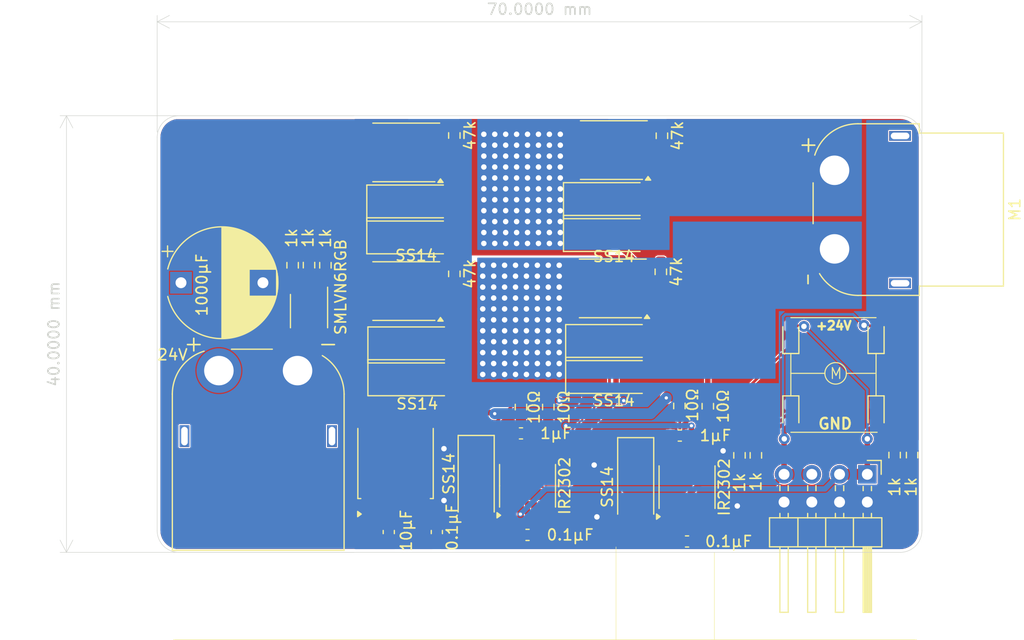
<source format=kicad_pcb>
(kicad_pcb (version 20241229) (generator "pcbnew") (generator_version "9.0")
  (layers (0 "F.Cu" signal) (2 "B.Cu" signal) (13 "F.Paste" user) (15 "B.Paste" user) (5 "F.SilkS" user "F.Silkscreen") (7 "B.SilkS" user "B.Silkscreen") (1 "F.Mask" user) (3 "B.Mask" user) (25 "Edge.Cuts" user))
  (net 0 "")
  (net 1 "GND")
  (net 2 "+24V")
  (net 3 "+12V")
  (net 4 "Net-(D14-K)")
  (net 5 "Net-(D15-K)")
  (net 6 "Net-(D10-K)")
  (net 7 "MA")
  (net 8 "Net-(D11-K)")
  (net 9 "MB")
  (net 10 "Net-(D12-K)")
  (net 11 "Net-(D13-K)")
  (net 12 "Net-(Q1-G)")
  (net 13 "Net-(Q2-G)")
  (net 14 "Net-(Q3-G)")
  (net 15 "Net-(Q4-G)")
  (net 16 "Net-(D9-RA)")
  (net 17 "Net-(D9-BA)")
  (net 18 "Net-(U1-HO)")
  (net 19 "Net-(U1-LO)")
  (net 20 "Net-(D9-GA)")
  (net 21 "Net-(U2-LO)")
  (net 22 "ML")
  (net 23 "Net-(U2-HO)")
  (net 24 "MR")
  (footprint "Capacitor_THT:CP_Radial_D10.0mm_P7.50mm" (layer "F.Cu") (at 182.182323 75.3)
    (property "Reference" "C3" (hide yes))
    (property "Value" "1000μF")
  )
  (footprint "Diode_SMD:D_SMA_Handsoldering" (layer "F.Cu") (at 221.9 80.785)
    (property "Reference" "D5" (hide yes))
    (property "Value" "SS14")
  )
  (footprint "Package_SO:SOIC-8_3.9x4.9mm_P1.27mm" (layer "F.Cu") (at 213.9 93.9 90)
    (property "Reference" "U1" (hide yes))
    (property "Value" "IR2302")
  )
  (footprint "Connector_PinHeader_2.54mm:PinHeader_2x04_P2.54mm_Horizontal" (layer "F.Cu") (at 245 92.85 -90)
    (property "Reference" "J2" (hide yes))
    (property "Value" "Conn_02x04_Top_Bottom" (hide yes))
  )
  (footprint "Capacitor_SMD:C_0603_1608Metric_Pad1.08x0.95mm_HandSolder" (layer "F.Cu") (at 205.6 98.1375 90)
    (property "Reference" "C2" (hide yes))
    (property "Value" "0.1μF")
  )
  (footprint "Resistor_SMD:R_0603_1608Metric_Pad0.98x0.95mm_HandSolder" (layer "F.Cu") (at 249.1 91.0875 -90)
    (property "Reference" "R7" (hide yes))
    (property "Value" "1k")
  )
  (footprint "Resistor_SMD:R_0603_1608Metric_Pad0.98x0.95mm_HandSolder" (layer "F.Cu") (at 213.3 86.6875 90)
    (property "Reference" "R8" (hide yes))
    (property "Value" "10Ω")
  )
  (footprint "Resistor_SMD:R_0603_1608Metric_Pad0.98x0.95mm_HandSolder" (layer "F.Cu") (at 234.8 91.1125 -90)
    (property "Reference" "R6" (hide yes))
    (property "Value" "1k")
  )
  (footprint "Capacitor_SMD:C_0603_1608Metric_Pad1.08x0.95mm_HandSolder" (layer "F.Cu") (at 213.3 89.1)
    (property "Reference" "C4" (hide yes))
    (property "Value" "1μF")
  )
  (footprint "Diode_SMD:D_SMA_Handsoldering" (layer "F.Cu") (at 203.8 81)
    (property "Reference" "D7" (hide yes))
    (property "Value" "SS14")
  )
  (footprint "Diode_SMD:D_SMA_Handsoldering" (layer "F.Cu") (at 221.7 70.785)
    (property "Reference" "D2" (hide yes))
    (property "Value" "SS14")
  )
  (footprint "Capacitor_SMD:C_0603_1608Metric_Pad1.08x0.95mm_HandSolder" (layer "F.Cu") (at 201.2 98.1375 90)
    (property "Reference" "C1" (hide yes))
    (property "Value" "10μF")
  )
  (footprint "Diode_SMD:D_SMA_Handsoldering" (layer "F.Cu") (at 203.8 84)
    (property "Reference" "D8" (hide yes))
    (property "Value" "SS14")
  )
  (footprint "Resistor_SMD:R_0603_1608Metric_Pad0.98x0.95mm_HandSolder" (layer "F.Cu") (at 193.9 73.6875 -90)
    (property "Reference" "R2" (hide yes))
    (property "Value" "1k")
  )
  (footprint "Package_SO:SOIC-8_3.9x4.9mm_P1.27mm" (layer "F.Cu") (at 228.5 94.025 90)
    (property "Reference" "U2" (hide yes))
    (property "Value" "IR2302")
  )
  (footprint "Resistor_SMD:R_0603_1608Metric_Pad0.98x0.95mm_HandSolder" (layer "F.Cu") (at 247.5 91.0875 -90)
    (property "Reference" "R5" (hide yes))
    (property "Value" "1k")
  )
  (footprint "Resistor_SMD:R_0603_1608Metric_Pad0.98x0.95mm_HandSolder" (layer "F.Cu") (at 215.8 86.6875 90)
    (property "Reference" "R9" (hide yes))
    (property "Value" "10Ω")
  )
  (footprint "Package_TO_SOT_SMD:TDSON-8-1" (layer "F.Cu") (at 221.8 63.15 180)
    (property "Reference" "Q3" (hide yes))
    (property "Value" "BSC159N10LSFG" (hide yes))
  )
  (footprint "Diode_SMD:D_SMA_Handsoldering" (layer "F.Cu") (at 209.2 93.8 -90)
    (property "Reference" "D14" (hide yes))
    (property "Value" "SS14")
  )
  (footprint "Resistor_SMD:R_0603_1608Metric_Pad0.98x0.95mm_HandSolder" (layer "F.Cu") (at 207.2 74.4875 90)
    (property "Reference" "R19" (hide yes))
    (property "Value" "47k")
  )
  (footprint "Package_TO_SOT_SMD:TDSON-8-1" (layer "F.Cu") (at 221.705 75.82 180)
    (property "Reference" "Q4" (hide yes))
    (property "Value" "BSC159N10LSFG" (hide yes))
  )
  (footprint "Diode_SMD:D_SMA_Handsoldering" (layer "F.Cu") (at 221.9 83.785)
    (property "Reference" "D6" (hide yes))
    (property "Value" "SS14")
  )
  (footprint "Capacitor_SMD:C_0603_1608Metric_Pad1.08x0.95mm_HandSolder" (layer "F.Cu") (at 228.5 99)
    (property "Reference" "C7" (hide yes))
    (property "Value" "0.1μF")
  )
  (footprint "Package_TO_SOT_SMD:TDSON-8-1" (layer "F.Cu") (at 202.8 76.065 180)
    (property "Reference" "Q2" (hide yes))
    (property "Value" "BSC159N10LSFG" (hide yes))
  )
  (footprint "Capacitor_SMD:C_0603_1608Metric_Pad1.08x0.95mm_HandSolder" (layer "F.Cu") (at 227.8375 89.3)
    (property "Reference" "C5" (hide yes))
    (property "Value" "1μF")
  )
  (footprint "Resistor_SMD:R_0603_1608Metric_Pad0.98x0.95mm_HandSolder" (layer "F.Cu") (at 230.4 86.6125 -90)
    (property "Reference" "R12" (hide yes))
    (property "Value" "10Ω")
  )
  (footprint "Connector_AMASS:AMASS_XT60PW-F_1x02_P7.20mm_Horizontal" (layer "F.Cu") (at 242 72.2 -90)
    (property "Reference" "M1")
    (property "Value" "Motor_DC")
  )
  (footprint "Resistor_SMD:R_0603_1608Metric_Pad0.98x0.95mm_HandSolder" (layer "F.Cu") (at 192.4 73.7 -90)
    (property "Reference" "R3" (hide yes))
    (property "Value" "1k")
  )
  (footprint "Resistor_SMD:R_0603_1608Metric_Pad0.98x0.95mm_HandSolder" (layer "F.Cu") (at 195.4 73.7 -90)
    (property "Reference" "R1" (hide yes))
    (property "Value" "1k")
  )
  (footprint "LED_SMD:LED_0603_1608Metric_Pad1.05x0.95mm_HandSolder" (layer "F.Cu") (at 238 87.325 -90)
    (property "Reference" "D12" (hide yes))
    (property "Value" "LED")
  )
  (footprint "Connector_AMASS:AMASS_XT60PW-M_1x02_P7.20mm_Horizontal" (layer "F.Cu") (at 192.85 83.35 180)
    (property "Reference" "J1" (hide yes))
    (property "Value" "24V")
  )
  (footprint "Package_TO_SOT_SMD:TO-252-2" (layer "F.Cu") (at 201.82 91.76 90)
    (property "Reference" "U3" (hide yes))
    (property "Value" "NJM7812" (hide yes))
  )
  (footprint "Resistor_SMD:R_0603_1608Metric_Pad0.98x0.95mm_HandSolder" (layer "F.Cu") (at 226.1 74.3 90)
    (property "Reference" "R17" (hide yes))
    (property "Value" "47k")
  )
  (footprint "Package_TO_SOT_SMD:TDSON-8-1" (layer "F.Cu") (at 202.8 63.365 180)
    (property "Reference" "Q1" (hide yes))
    (property "Value" "BSC159N10LSFG" (hide yes))
  )
  (footprint "Resistor_SMD:R_0603_1608Metric_Pad0.98x0.95mm_HandSolder" (layer "F.Cu") (at 226.2 61.8375 90)
    (property "Reference" "R16" (hide yes))
    (property "Value" "47k")
  )
  (footprint "Diode_SMD:D_SMA_Handsoldering" (layer "F.Cu") (at 221.7 67.785)
    (property "Reference" "D1" (hide yes))
    (property "Value" "SS14")
  )
  (footprint "Resistor_SMD:R_0603_1608Metric_Pad0.98x0.95mm_HandSolder" (layer "F.Cu") (at 233.3 91.1125 -90)
    (property "Reference" "R4" (hide yes))
    (property "Value" "1k")
  )
  (footprint "Diode_SMD:D_SMA_Handsoldering" (layer "F.Cu") (at 223.8 94 -90)
    (property "Reference" "D15" (hide yes))
    (property "Value" "SS14")
  )
  (footprint "Resistor_SMD:R_0603_1608Metric_Pad0.98x0.95mm_HandSolder" (layer "F.Cu") (at 227.8 86.5875 -90)
    (property "Reference" "R13" (hide yes))
    (property "Value" "10Ω")
  )
  (footprint "Diode_SMD:D_SMA_Handsoldering" (layer "F.Cu") (at 203.7 71)
    (property "Reference" "D3" (hide yes))
    (property "Value" "SS14")
  )
  (footprint "Diode_SMD:D_SMA_Handsoldering" (layer "F.Cu") (at 203.7 68)
    (property "Reference" "D4" (hide yes))
    (property "Value" "SS14")
  )
  (footprint "LED_SMD:LED_0603_1608Metric_Pad1.05x0.95mm_HandSolder" (layer "F.Cu") (at 238 80.125 90)
    (property "Reference" "D10" (hide yes))
    (property "Value" "LED")
  )
  (footprint "Capacitor_SMD:C_0603_1608Metric_Pad1.08x0.95mm_HandSolder" (layer "F.Cu") (at 213.9 98.4)
    (property "Reference" "C6" (hide yes))
    (property "Value" "0.1μF")
  )
  (footprint "Resistor_SMD:R_0603_1608Metric_Pad0.98x0.95mm_HandSolder" (layer "F.Cu") (at 207.2 61.8125 90)
    (property "Reference" "R18" (hide yes))
    (property "Value" "47k")
  )
  (footprint "LED_SMD:LED_0603_1608Metric_Pad1.05x0.95mm_HandSolder" (layer "F.Cu") (at 245.8 80.125 90)
    (property "Reference" "D13" (hide yes))
    (property "Value" "LED")
  )
  (footprint "LED_SMD:LED_0603_1608Metric_Pad1.05x0.95mm_HandSolder" (layer "F.Cu") (at 245.8 87.325 -90)
    (property "Reference" "D11" (hide yes))
    (property "Value" "LED")
  )
  (footprint "LED_SMD:LED_ROHM_SMLVN6" (layer "F.Cu") (at 193.9 77.9 -90)
    (property "Reference" "D9" (hide yes))
    (property "Value" "SMLVN6RGB")
  )
  (gr_circle (center 242.1 83.6) (end 243 84) (stroke (width 0.1)) (fill no) (layer "F.SilkS"))
  (gr_line (start 238 89) (end 245.9 89) (stroke (width 0.1)) (layer "F.SilkS"))
  (gr_line (start 222 108) (end 222 99.5) (stroke (width 0.05)) (layer "F.SilkS"))
  (gr_line (start 231 108) (end 249.5 108) (stroke (width 0.05)) (layer "F.SilkS"))
  (gr_line (start 243.084885 83.6) (end 245.7 83.6) (stroke (width 0.1)) (layer "F.SilkS"))
  (gr_line (start 241.115115 83.6) (end 238 83.6) (stroke (width 0.1)) (layer "F.SilkS"))
  (gr_line (start 245.8 85.665) (end 245.8 81.785) (stroke (width 0.1)) (layer "F.SilkS"))
  (gr_line (start 238 78.5) (end 245.8 78.5) (stroke (width 0.1)) (layer "F.SilkS"))
  (gr_line (start 238 85.665) (end 238 81.785) (stroke (width 0.1)) (layer "F.SilkS"))
  (gr_line (start 231 108) (end 181.5 108) (stroke (width 0.05)) (layer "F.SilkS"))
  (gr_line (start 231 100) (end 231 108) (stroke (width 0.05)) (layer "F.SilkS"))
  (gr_line (start 182 100) (end 248 100) (stroke (width 0.05)) (layer "Edge.Cuts"))
  (gr_arc (start 248 60) (mid 249.414214 60.585786) (end 250 62) (stroke (width 0.05)) (layer "Edge.Cuts"))
  (gr_line (start 248 60) (end 182 60) (stroke (width 0.05)) (layer "Edge.Cuts"))
  (gr_line (start 250 98) (end 250 62) (stroke (width 0.05)) (layer "Edge.Cuts"))
  (gr_line (start 180 62) (end 180 98) (stroke (width 0.05)) (layer "Edge.Cuts"))
  (gr_arc (start 180 62) (mid 180.585786 60.585786) (end 182 60) (stroke (width 0.05)) (layer "Edge.Cuts"))
  (gr_arc (start 250 98) (mid 249.414214 99.414214) (end 248 100) (stroke (width 0.05)) (layer "Edge.Cuts"))
  (gr_arc (start 182 100) (mid 180.585786 99.414214) (end 180 98) (stroke (width 0.05)) (layer "Edge.Cuts"))
  (gr_text "+24V" (at 240.2 79.7 0) (layer "F.SilkS") (effects (font (size 0.8 0.8) (thickness 0.2) (bold yes)) (justify left bottom)))
  (gr_text "M" (at 241.5 84.2 0) (layer "F.SilkS") (effects (font (size 1 1) (thickness 0.1)) (justify left bottom)))
  (gr_text "GND" (at 240.4 88.8 0) (layer "F.SilkS") (effects (font (size 1 1) (thickness 0.2) (bold yes)) (justify left bottom)))
  (dimension (type aligned) (layer "Edge.Cuts") (pts (xy 198.5 100) (xy 198.5 60)) (height -26.8) (format (prefix "") (suffix "") (units 3) (units_format 1) (precision 4)) (style (thickness 0.05) (arrow_length 1.27) (text_position_mode 0) (arrow_direction outward) (extension_height 0.58642) (extension_offset 0.5) (keep_text_aligned yes)) (gr_text "40.0000 mm" (at 170.55 80 90) (layer "Edge.Cuts") (effects (font (size 1 1) (thickness 0.15)))))
  (dimension (type aligned) (layer "Edge.Cuts") (pts (xy 250 62) (xy 180 62)) (height 10.599999) (format (prefix "") (suffix "") (units 3) (units_format 1) (precision 4)) (style (thickness 0.05) (arrow_length 1.27) (text_position_mode 0) (arrow_direction outward) (extension_height 0.58642) (extension_offset 0.5) (keep_text_aligned yes)) (gr_text "70.0000 mm" (at 215 50.250001 0) (layer "Edge.Cuts") (effects (font (size 1 1) (thickness 0.15)))))
  (segment (start 201.2 97.275) (end 202.275 97.275) (width 0.5) (layer "F.Cu") (net 1))
  (segment (start 202.275 97.275) (end 202.5 97.5) (width 0.5) (layer "F.Cu") (net 1))
  (via (at 206.25 90.5) (size 1) (drill 0.5) (layers "F.Cu" "B.Cu") (net 1))
  (via (at 206.25 95.25) (size 1) (drill 0.5) (layers "F.Cu" "B.Cu") (net 1))
  (via (at 233.1 95.75) (size 1) (drill 0.5) (layers "F.Cu" "B.Cu") (net 1))
  (via (at 220.25 96.75) (size 1) (drill 0.5) (layers "F.Cu" "B.Cu") (net 1))
  (via (at 231.8 90.7) (size 1) (drill 0.5) (layers "F.Cu" "B.Cu") (net 1))
  (via (at 220 92) (size 1) (drill 0.5) (layers "F.Cu" "B.Cu") (net 1))
  (segment (start 211.995 97.3575) (end 211.995 96.375) (width 1) (layer "F.Cu") (net 3))
  (segment (start 226.595 97.9575) (end 227.6375 99) (width 1) (layer "F.Cu") (net 3))
  (segment (start 206.5 99) (end 209.2 96.3) (width 1) (layer "F.Cu") (net 3))
  (segment (start 204.1 97.9) (end 205.2 99) (width 1) (layer "F.Cu") (net 3))
  (segment (start 211.995 95.400001) (end 212.695001 94.7) (width 1) (layer "F.Cu") (net 3))
  (segment (start 211.92 96.3) (end 211.995 96.375) (width 1) (layer "F.Cu") (net 3))
  (segment (start 204.1 96.8) (end 204.1 97.9) (width 1) (layer "F.Cu") (net 3))
  (segment (start 209.2 96.3) (end 211.92 96.3) (width 1) (layer "F.Cu") (net 3))
  (segment (start 205.2 99) (end 205.6 99) (width 1) (layer "F.Cu") (net 3))
  (segment (start 212.695001 94.7) (end 222 94.7) (width 1) (layer "F.Cu") (net 3))
  (segment (start 223.8 96.5) (end 226.595 96.5) (width 1) (layer "F.Cu") (net 3))
  (segment (start 211.995 96.375) (end 211.995 95.400001) (width 1) (layer "F.Cu") (net 3))
  (segment (start 213.0375 98.4) (end 211.995 97.3575) (width 1) (layer "F.Cu") (net 3))
  (segment (start 222 94.7) (end 223.8 96.5) (width 1) (layer "F.Cu") (net 3))
  (segment (start 205.6 99) (end 206.5 99) (width 1) (layer "F.Cu") (net 3))
  (segment (start 226.595 96.5) (end 226.595 97.9575) (width 1) (layer "F.Cu") (net 3))
  (segment (start 211.87 91.3) (end 211.995 91.425) (width 1) (layer "F.Cu") (net 4))
  (segment (start 211.995 91.425) (end 211.995 89.5425) (width 1) (layer "F.Cu") (net 4))
  (segment (start 211.995 89.5425) (end 212.4375 89.1) (width 1) (layer "F.Cu") (net 4))
  (segment (start 209.2 91.3) (end 211.87 91.3) (width 1) (layer "F.Cu") (net 4))
  (segment (start 223.8 91.5) (end 226.545 91.5) (width 1) (layer "F.Cu") (net 5))
  (segment (start 226.595 91.55) (end 226.595 89.68) (width 1) (layer "F.Cu") (net 5))
  (segment (start 226.595 89.68) (end 226.975 89.3) (width 1) (layer "F.Cu") (net 5))
  (segment (start 226.545 91.5) (end 226.595 91.55) (width 1) (layer "F.Cu") (net 5))
  (segment (start 238 81) (end 233.3 85.7) (width 0.25) (layer "F.Cu") (net 6))
  (segment (start 233.3 85.7) (end 233.3 90.2) (width 0.25) (layer "F.Cu") (net 6))
  (segment (start 245 89) (end 245.8 88.2) (width 0.5) (layer "F.Cu") (net 7))
  (segment (start 238 79.25) (end 239.15 79.25) (width 0.25) (layer "F.Cu") (net 7))
  (segment (start 242.46 92.85) (end 245 92.85) (width 1) (layer "F.Cu") (net 7))
  (segment (start 245 92.85) (end 245 89.6) (width 0.5) (layer "F.Cu") (net 7))
  (segment (start 239.15 79.25) (end 239.2 79.3) (width 0.25) (layer "F.Cu") (net 7))
  (segment (start 245 89.6) (end 245 89) (width 0.5) (layer "F.Cu") (net 7))
  (via (at 239.2 79.3) (size 1) (drill 0.5) (layers "F.Cu" "B.Cu") (net 7))
  (via (at 245 89.6) (size 1) (drill 0.5) (layers "F.Cu" "B.Cu") (net 7))
  (via (at 213.25 96.5) (size 0.5) (drill 0.3) (layers "F.Cu" "B.Cu") (net 7))
  (segment (start 213.25 96.5) (end 215.56 94.19) (width 0.5) (layer "B.Cu") (net 7))
  (segment (start 239.2 79.3) (end 245 85.1) (width 0.25) (layer "B.Cu") (net 7))
  (segment (start 245 85.1) (end 245 89.6) (width 0.25) (layer "B.Cu") (net 7))
  (segment (start 215.56 94.19) (end 241.12 94.19) (width 0.5) (layer "B.Cu") (net 7))
  (segment (start 241.12 94.19) (end 242.46 92.85) (width 0.5) (layer "B.Cu") (net 7))
  (segment (start 245.8 86.45) (end 247.5 88.15) (width 0.25) (layer "F.Cu") (net 8))
  (segment (start 247.5 88.15) (end 247.5 90.175) (width 0.25) (layer "F.Cu") (net 8))
  (segment (start 244.75 79.25) (end 245.8 79.25) (width 0.25) (layer "F.Cu") (net 9))
  (segment (start 227.865 95.525001) (end 229.690001 93.7) (width 0.5) (layer "F.Cu") (net 9))
  (segment (start 237.38 88.82) (end 238 88.2) (width 0.5) (layer "F.Cu") (net 9))
  (segment (start 236.53 93.7) (end 237.38 92.85) (width 0.5) (layer "F.Cu") (net 9))
  (segment (start 229.690001 93.7) (end 236.53 93.7) (width 0.5) (layer "F.Cu") (net 9))
  (segment (start 227.865 96.5) (end 227.865 95.525001) (width 0.5) (layer "F.Cu") (net 9))
  (segment (start 237.38 89.62) (end 237.4 89.6) (width 0.5) (layer "F.Cu") (net 9))
  (segment (start 237.4 89.6) (end 237.38 89.58) (width 0.5) (layer "F.Cu") (net 9))
  (segment (start 237.38 92.85) (end 237.38 89.62) (width 0.5) (layer "F.Cu") (net 9))
  (segment (start 244.7 79.2) (end 244.75 79.25) (width 0.25) (layer "F.Cu") (net 9))
  (segment (start 237.38 92.85) (end 239.92 92.85) (width 1) (layer "F.Cu") (net 9))
  (segment (start 237.38 89.58) (end 237.38 88.82) (width 0.5) (layer "F.Cu") (net 9))
  (via (at 237.4 89.6) (size 1) (drill 0.5) (layers "F.Cu" "B.Cu") (net 9))
  (via (at 244.7 79.2) (size 1) (drill 0.5) (layers "F.Cu" "B.Cu") (net 9))
  (segment (start 237.5 78.2) (end 237.275 78.425) (width 0.25) (layer "B.Cu") (net 9))
  (segment (start 243.7 78.2) (end 237.5 78.2) (width 0.25) (layer "B.Cu") (net 9))
  (segment (start 244.7 79.2) (end 243.7 78.2) (width 0.25) (layer "B.Cu") (net 9))
  (segment (start 237.275 89.475) (end 237.4 89.6) (width 0.25) (layer "B.Cu") (net 9))
  (segment (start 237.275 78.425) (end 237.275 89.475) (width 0.25) (layer "B.Cu") (net 9))
  (segment (start 238 87) (end 234.8 90.2) (width 0.25) (layer "F.Cu") (net 10))
  (segment (start 238 86.45) (end 238 87) (width 0.25) (layer "F.Cu") (net 10))
  (segment (start 249.1 84.3) (end 249.1 90.175) (width 0.25) (layer "F.Cu") (net 11))
  (segment (start 245.8 81) (end 249.1 84.3) (width 0.25) (layer "F.Cu") (net 11))
  (segment (start 206.64 61.46) (end 207.2 60.9) (width 0.5) (layer "F.Cu") (net 12))
  (segment (start 206.36 61.46) (end 206.4 61.5) (width 0.5) (layer "F.Cu") (net 12))
  (segment (start 204.35 73.535) (end 203.5 72.685) (width 0.25) (layer "F.Cu") (net 12))
  (segment (start 204.35 78.65) (end 204.35 73.535) (width 0.25) (layer "F.Cu") (net 12))
  (segment (start 206.44 61.46) (end 206.64 61.46) (width 0.5) (layer "F.Cu") (net 12))
  (segment (start 213.3 85.775) (end 211.075 88) (width 0.25) (layer "F.Cu") (net 12))
  (segment (start 206.4 61.5) (end 206.44 61.46) (width 0.5) (layer "F.Cu") (net 12))
  (segment (start 205.7 61.46) (end 206.36 61.46) (width 0.5) (layer "F.Cu") (net 12))
  (segment (start 203.5 72.685) (end 203.5 66.745) (width 0.25) (layer "F.Cu") (net 12))
  (segment (start 205.8 88) (end 203.5 85.7) (width 0.25) (layer "F.Cu") (net 12))
  (segment (start 204.74 61.46) (end 205.7 61.46) (width 0.25) (layer "F.Cu") (net 12))
  (segment (start 203.5 66.745) (end 204.35 65.895) (width 0.25) (layer "F.Cu") (net 12))
  (segment (start 211.075 88) (end 205.8 88) (width 0.25) (layer "F.Cu") (net 12))
  (segment (start 203.5 79.5) (end 204.35 78.65) (width 0.25) (layer "F.Cu") (net 12))
  (segment (start 204.35 61.85) (end 204.74 61.46) (width 0.25) (layer "F.Cu") (net 12))
  (segment (start 204.35 65.895) (end 204.35 61.85) (width 0.25) (layer "F.Cu") (net 12))
  (segment (start 203.5 85.7) (end 203.5 79.5) (width 0.25) (layer "F.Cu") (net 12))
  (segment (start 204.9 78.9) (end 204.1 79.7) (width 0.5) (layer "F.Cu") (net 13))
  (segment (start 205.7 74.16) (end 205.065 74.16) (width 0.5) (layer "F.Cu") (net 13))
  (segment (start 205.065 74.16) (end 204.9 74.325) (width 0.5) (layer "F.Cu") (net 13))
  (segment (start 204.1 79.7) (end 204.1 84.805456) (width 0.5) (layer "F.Cu") (net 13))
  (segment (start 227.8 85.675) (end 226.775 85.675) (width 1) (layer "F.Cu") (net 13))
  (segment (start 211 87.4) (end 210.895558 87.295558) (width 0.25) (layer "F.Cu") (net 13))
  (segment (start 204.9 74.325) (end 204.9 78.9) (width 0.5) (layer "F.Cu") (net 13))
  (segment (start 206.494544 87.2) (end 210.8 87.2) (width 0.5) (layer "F.Cu") (net 13))
  (segment (start 206.615 74.16) (end 207.2 73.575) (width 0.5) (layer "F.Cu") (net 13))
  (segment (start 204.1 84.805456) (end 206.494544 87.2) (width 0.5) (layer "F.Cu") (net 13))
  (segment (start 205.065 74.16) (end 204.925 74.3) (width 0.25) (layer "F.Cu") (net 13))
  (segment (start 226.775 85.675) (end 226.6 85.85) (width 1) (layer "F.Cu") (net 13))
  (segment (start 205.7 74.16) (end 206.615 74.16) (width 0.5) (layer "F.Cu") (net 13))
  (segment (start 210.8 87.2) (end 210.895558 87.295558) (width 0.5) (layer "F.Cu") (net 13))
  (via (at 226.6 85.85) (size 0.6) (drill 0.3) (layers "F.Cu" "B.Cu") (net 13))
  (via (at 210.895558 87.295558) (size 0.6) (drill 0.3) (layers "F.Cu" "B.Cu") (net 13))
  (segment (start 225.154442 87.295558) (end 210.895558 87.295558) (width 1) (layer "B.Cu") (net 13))
  (segment (start 226.6 85.85) (end 225.154442 87.295558) (width 1) (layer "B.Cu") (net 13))
  (segment (start 221.9 67.079544) (end 221.9 71.5) (width 0.5) (layer "F.Cu") (net 14))
  (segment (start 223.5 62) (end 223.5 65.5) (width 0.5) (layer "F.Cu") (net 14))
  (segment (start 222.7 85.6) (end 222.7 86.1) (width 0.5) (layer "F.Cu") (net 14))
  (segment (start 222.7 86.1) (end 222.7 86.2) (width 0.5) (layer "F.Cu") (net 14))
  (segment (start 223.8 73.363248) (end 223.8 78.1) (width 0.5) (layer "F.Cu") (net 14))
  (segment (start 224.255 61.245) (end 223.5 62) (width 0.5) (layer "F.Cu") (net 14))
  (segment (start 223.8 78.276752) (end 222 80.076752) (width 0.5) (layer "F.Cu") (net 14))
  (segment (start 223.8 78.1) (end 223.8 78.276752) (width 0.5) (layer "F.Cu") (net 14))
  (segment (start 222.8 72.4) (end 222.836752 72.4) (width 0.5) (layer "F.Cu") (net 14))
  (segment (start 216.8 86.1) (end 216.125 86.1) (width 0.5) (layer "F.Cu") (net 14))
  (segment (start 223.5 65.5) (end 223.479544 65.5) (width 0.5) (layer "F.Cu") (net 14))
  (segment (start 223.479544 65.5) (end 221.9 67.079544) (width 0.5) (layer "F.Cu") (net 14))
  (segment (start 224.7 61.245) (end 225.705 61.245) (width 0.5) (layer "F.Cu") (net 14))
  (segment (start 225.705 61.245) (end 226.2 60.75) (width 0.5) (layer "F.Cu") (net 14))
  (segment (start 222 80.076752) (end 222 84.9) (width 0.5) (layer "F.Cu") (net 14))
  (segment (start 222 84.9) (end 222.7 85.6) (width 0.5) (layer "F.Cu") (net 14))
  (segment (start 222.836752 72.4) (end 223.8 73.363248) (width 0.5) (layer "F.Cu") (net 14))
  (segment (start 216.125 86.1) (end 215.8 85.775) (width 0.5) (layer "F.Cu") (net 14))
  (segment (start 224.7 61.245) (end 224.255 61.245) (width 0.5) (layer "F.Cu") (net 14))
  (segment (start 221.9 71.5) (end 222.8 72.4) (width 0.5) (layer "F.Cu") (net 14))
  (via (at 222.7 86.1) (size 0.6) (drill 0.3) (layers "F.Cu" "B.Cu") (net 14))
  (via (at 216.8 86.1) (size 0.6) (drill 0.3) (layers "F.Cu" "B.Cu") (net 14))
  (segment (start 222.7 86.1) (end 216.8 86.1) (width 0.5) (layer "B.Cu") (net 14))
  (segment (start 225.5725 73.915) (end 226.1 73.3875) (width 0.5) (layer "F.Cu") (net 15))
  (segment (start 225.5725 73.915) (end 226.127432 73.915) (width 0.5) (layer "F.Cu") (net 15))
  (segment (start 224.605 73.915) (end 225.5725 73.915) (width 0.5) (layer "F.Cu") (net 15))
  (segment (start 230.4 78.187568) (end 230.4 85.7) (width 0.5) (layer "F.Cu") (net 15))
  (segment (start 226.127432 73.915) (end 230.4 78.187568) (width 0.5) (layer "F.Cu") (net 15))
  (segment (start 193.9 74.6) (end 193.9 76.375) (width 0.2) (layer "F.Cu") (net 16))
  (segment (start 195.4 74.6125) (end 195.4 75.925) (width 0.2) (layer "F.Cu") (net 17))
  (segment (start 195.4 75.925) (end 194.95 76.375) (width 0.2) (layer "F.Cu") (net 17))
  (segment (start 213.265 91.425) (end 213.3 91.39) (width 0.25) (layer "F.Cu") (net 18))
  (segment (start 213.3 91.39) (end 213.3 87.3) (width 0.25) (layer "F.Cu") (net 18))
  (segment (start 215.805 87.305) (end 215.8 87.3) (width 0.5) (layer "F.Cu") (net 19))
  (segment (start 215.805 91.425) (end 215.805 87.305) (width 0.5) (layer "F.Cu") (net 19))
  (segment (start 192.4 74.6125) (end 192.4 75.925) (width 0.2) (layer "F.Cu") (net 20))
  (segment (start 192.4 75.925) (end 192.85 76.375) (width 0.2) (layer "F.Cu") (net 20))
  (segment (start 230.405 91.55) (end 230.405 87.53) (width 0.5) (layer "F.Cu") (net 21))
  (segment (start 230.405 87.53) (end 230.4 87.525) (width 0.5) (layer "F.Cu") (net 21))
  (segment (start 223.255 78.15) (end 223.155 78.25) (width 0.25) (layer "F.Cu") (net 22))
  (segment (start 215.598762 93.4) (end 217.7 93.4) (width 1) (layer "F.Cu") (net 22))
  (segment (start 217.7 93.4) (end 217.7 90) (width 1) (layer "F.Cu") (net 22))
  (segment (start 214.535 91.425) (end 214.535 89.4725) (width 1) (layer "F.Cu") (net 22))
  (segment (start 223.255 73.49) (end 223.255 78.15) (width 0.25) (layer "F.Cu") (net 22))
  (segment (start 214.535 91.425) (end 214.535 92.336238) (width 1) (layer "F.Cu") (net 22))
  (segment (start 205.7 62.73) (end 207.195 62.73) (width 0.5) (layer "F.Cu") (net 22))
  (segment (start 214.535 89.4725) (end 214.1625 89.1) (width 1) (layer "F.Cu") (net 22))
  (segment (start 207.195 62.73) (end 207.2 62.725) (width 0.5) (layer "F.Cu") (net 22))
  (segment (start 220.9 72.9) (end 222.665 72.9) (width 0.25) (layer "F.Cu") (net 22))
  (segment (start 221.65 86.05) (end 221.65 85.85) (width 1) (layer "F.Cu") (net 22))
  (segment (start 219.2 71.2) (end 220.9 72.9) (width 0.25) (layer "F.Cu") (net 22))
  (segment (start 217.7 90) (end 221.65 86.05) (width 1) (layer "F.Cu") (net 22))
  (segment (start 214.535 92.336238) (end 215.598762 93.4) (width 1) (layer "F.Cu") (net 22))
  (segment (start 219.2 70.785) (end 219.2 71.2) (width 0.25) (layer "F.Cu") (net 22))
  (segment (start 221.4 79.9) (end 221.4 85.6) (width 0.25) (layer "F.Cu") (net 22))
  (segment (start 223.155 78.25) (end 223.05 78.25) (width 0.25) (layer "F.Cu") (net 22))
  (segment (start 222.665 72.9) (end 223.255 73.49) (width 0.25) (layer "F.Cu") (net 22))
  (segment (start 221.4 85.6) (end 221.75 85.95) (width 0.25) (layer "F.Cu") (net 22))
  (segment (start 223.05 78.25) (end 221.4 79.9) (width 0.25) (layer "F.Cu") (net 22))
  (via (at 212.9 68.7) (size 1) (drill 0.5) (layers "F.Cu" "B.Cu") (net 22))
  (via (at 211.9 64.7) (size 1) (drill 0.5) (layers "F.Cu" "B.Cu") (net 22))
  (via (at 211.9 62.7) (size 1) (drill 0.5) (layers "F.Cu" "B.Cu") (net 22))
  (via (at 211.9 66.7) (size 1) (drill 0.5) (layers "F.Cu" "B.Cu") (net 22))
  (via (at 214.9 69.7) (size 1) (drill 0.5) (layers "F.Cu" "B.Cu") (net 22))
  (via (at 211.9 65.7) (size 1) (drill 0.5) (layers "F.Cu" "B.Cu") (net 22))
  (via (at 215.9 66.7) (size 1) (drill 0.5) (layers "F.Cu" "B.Cu") (net 22))
  (via (at 216.9 71.7) (size 1) (drill 0.5) (layers "F.Cu" "B.Cu") (net 22))
  (via (at 216.9 66.7) (size 1) (drill 0.5) (layers "F.Cu" "B.Cu") (net 22))
  (via (at 214.9 71.7) (size 1) (drill 0.5) (layers "F.Cu" "B.Cu") (net 22))
  (via (at 209.9 65.7) (size 1) (drill 0.5) (layers "F.Cu" "B.Cu") (net 22))
  (via (at 209.9 63.7) (size 1) (drill 0.5) (layers "F.Cu" "B.Cu") (net 22))
  (via (at 209.9 70.7) (size 1) (drill 0.5) (layers "F.Cu" "B.Cu") (net 22))
  (via (at 213.9 63.7) (size 1) (drill 0.5) (layers "F.Cu" "B.Cu") (net 22))
  (via (at 210.9 68.7) (size 1) (drill 0.5) (layers "F.Cu" "B.Cu") (net 22))
  (via (at 213.9 64.7) (size 1) (drill 0.5) (layers "F.Cu" "B.Cu") (net 22))
  (via (at 214.9 68.7) (size 1) (drill 0.5) (layers "F.Cu" "B.Cu") (net 22))
  (via (at 215.9 61.7) (size 1) (drill 0.5) (layers "F.Cu" "B.Cu") (net 22))
  (via (at 214.9 66.7) (size 1) (drill 0.5) (layers "F.Cu" "B.Cu") (net 22))
  (via (at 211.9 69.7) (size 1) (drill 0.5) (layers "F.Cu" "B.Cu") (net 22))
  (via (at 215.9 70.7) (size 1) (drill 0.5) (layers "F.Cu" "B.Cu") (net 22))
  (via (at 216.9 65.7) (size 1) (drill 0.5) (layers "F.Cu" "B.Cu") (net 22))
  (via (at 213.9 70.7) (size 1) (drill 0.5) (layers "F.Cu" "B.Cu") (net 22))
  (via (at 211.9 70.7) (size 1) (drill 0.5) (layers "F.Cu" "B.Cu") (net 22))
  (via (at 215.9 63.7) (size 1) (drill 0.5) (layers "F.Cu" "B.Cu") (net 22))
  (via (at 215.9 71.7) (size 1) (drill 0.5) (layers "F.Cu" "B.Cu") (net 22))
  (via (at 215.9 65.7) (size 1) (drill 0.5) (layers "F.Cu" "B.Cu") (net 22))
  (via (at 214.9 70.7) (size 1) (drill 0.5) (layers "F.Cu" "B.Cu") (net 22))
  (via (at 211.9 71.7) (size 1) (drill 0.5) (layers "F.Cu" "B.Cu") (net 22))
  (via (at 212.9 67.7) (size 1) (drill 0.5) (layers "F.Cu" "B.Cu") (net 22))
  (via (at 213.9 71.7) (size 1) (drill 0.5) (layers "F.Cu" "B.Cu") (net 22))
  (via (at 215.9 62.7) (size 1) (drill 0.5) (layers "F.Cu" "B.Cu") (net 22))
  (via (at 215.9 69.7) (size 1) (drill 0.5) (layers "F.Cu" "B.Cu") (net 22))
  (via (at 211.9 61.7) (size 1) (drill 0.5) (layers "F.Cu" "B.Cu") (net 22))
  (via (at 210.9 65.7) (size 1) (drill 0.5) (layers "F.Cu" "B.Cu") (net 22))
  (via (at 213.9 61.7) (size 1) (drill 0.5) (layers "F.Cu" "B.Cu") (net 22))
  (via (at 212.9 65.7) (size 1) (drill 0.5) (layers "F.Cu" "B.Cu") (net 22))
  (via (at 212.9 64.7) (size 1) (drill 0.5) (layers "F.Cu" "B.Cu") (net 22))
  (via (at 212.9 62.7) (size 1) (drill 0.5) (layers "F.Cu" "B.Cu") (net 22))
  (via (at 214.9 62.7) (size 1) (drill 0.5) (layers "F.Cu" "B.Cu") (net 22))
  (via (at 212.9 66.7) (size 1) (drill 0.5) (layers "F.Cu" "B.Cu") (net 22))
  (via (at 212.9 71.7) (size 1) (drill 0.5) (layers "F.Cu" "B.Cu") (net 22))
  (via (at 210.9 71.7) (size 1) (drill 0.5) (layers "F.Cu" "B.Cu") (net 22))
  (via (at 215.9 67.7) (size 1) (drill 0.5) (layers "F.Cu" "B.Cu") (net 22))
  (via (at 213.9 68.7) (size 1) (drill 0.5) (layers "F.Cu" "B.Cu") (net 22))
  (via (at 209.9 61.7) (size 1) (drill 0.5) (layers "F.Cu" "B.Cu") (net 22))
  (via (at 216.9 69.7) (size 1) (drill 0.5) (layers "F.Cu" "B.Cu") (net 22))
  (via (at 213.9 66.7) (size 1) (drill 0.5) (layers "F.Cu" "B.Cu") (net 22))
  (via (at 210.9 61.7) (size 1) (drill 0.5) (layers "F.Cu" "B.Cu") (net 22))
  (via (at 212.9 63.7) (size 1) (drill 0.5) (layers "F.Cu" "B.Cu") (net 22))
  (via (at 212.9 61.7) (size 1) (drill 0.5) (layers "F.Cu" "B.Cu") (net 22))
  (via (at 210.9 62.7) (size 1) (drill 0.5) (layers "F.Cu" "B.Cu") (net 22))
  (via (at 215.9 64.7) (size 1) (drill 0.5) (layers "F.Cu" "B.Cu") (net 22))
  (via (at 209.9 64.7) (size 1) (drill 0.5) (layers "F.Cu" "B.Cu") (net 22))
  (via (at 211.9 67.7) (size 1) (drill 0.5) (layers "F.Cu" "B.Cu") (net 22))
  (via (at 216.9 67.7) (size 1) (drill 0.5) (layers "F.Cu" "B.Cu") (net 22))
  (via (at 209.9 67.7) (size 1) (drill 0.5) (layers "F.Cu" "B.Cu") (net 22))
  (via (at 209.9 69.7) (size 1) (drill 0.5) (layers "F.Cu" "B.Cu") (net 22))
  (via (at 212.9 70.7) (size 1) (drill 0.5) (layers "F.Cu" "B.Cu") (net 22))
  (via (at 211.9 63.7) (size 1) (drill 0.5) (layers "F.Cu" "B.Cu") (net 22))
  (via (at 210.9 70.7) (size 1) (drill 0.5) (layers "F.Cu" "B.Cu") (net 22))
  (via (at 212.9 69.7) (size 1) (drill 0.5) (layers "F.Cu" "B.Cu") (net 22))
  (via (at 214.9 61.7) (size 1) (drill 0.5) (layers "F.Cu" "B.Cu") (net 22))
  (via (at 211.9 68.7) (size 1) (drill 0.5) (layers "F.Cu" "B.Cu") (net 22))
  (via (at 209.9 68.7) (size 1) (drill 0.5) (layers "F.Cu" "B.Cu") (net 22))
  (via (at 213.9 62.7) (size 1) (drill 0.5) (layers "F.Cu" "B.Cu") (net 22))
  (via (at 209.9 66.7) (size 1) (drill 0.5) (layers "F.Cu" "B.Cu") (net 22))
  (via (at 214.9 63.7) (size 1) (drill 0.5) (layers "F.Cu" "B.Cu") (net 22))
  (via (at 213.9 67.7) (size 1) (drill 0.5) (layers "F.Cu" "B.Cu") (net 22))
  (via (at 216.9 61.7) (size 1) (drill 0.5) (layers "F.Cu" "B.Cu") (net 22))
  (via (at 213.9 69.7) (size 1) (drill 0.5) (layers "F.Cu" "B.Cu") (net 22))
  (via (at 210.9 64.7) (size 1) (drill 0.5) (layers "F.Cu" "B.Cu") (net 22))
  (via (at 210.9 69.7) (size 1) (drill 0.5) (layers "F.Cu" "B.Cu") (net 22))
  (via (at 209.9 62.7) (size 1) (drill 0.5) (layers "F.Cu" "B.Cu") (net 22))
  (via (at 216.9 62.7) (size 1) (drill 0.5) (layers "F.Cu" "B.Cu") (net 22))
  (via (at 214.9 67.7) (size 1) (drill 0.5) (layers "F.Cu" "B.Cu") (net 22))
  (via (at 216.9 64.7) (size 1) (drill 0.5) (layers "F.Cu" "B.Cu") (net 22))
  (via (at 216.9 70.7) (size 1) (drill 0.5) (layers "F.Cu" "B.Cu") (net 22))
  (via (at 214.9 64.7) (size 1) (drill 0.5) (layers "F.Cu" "B.Cu") (net 22))
  (via (at 216.9 68.7) (size 1) (drill 0.5) (layers "F.Cu" "B.Cu") (net 22))
  (via (at 215.9 68.7) (size 1) (drill 0.5) (layers "F.Cu" "B.Cu") (net 22))
  (via (at 216.9 63.7) (size 1) (drill 0.5) (layers "F.Cu" "B.Cu") (net 22))
  (via (at 209.9 71.7) (size 1) (drill 0.5) (layers "F.Cu" "B.Cu") (net 22))
  (via (at 210.9 63.7) (size 1) (drill 0.5) (layers "F.Cu" "B.Cu") (net 22))
  (via (at 213.9 65.7) (size 1) (drill 0.5) (layers "F.Cu" "B.Cu") (net 22))
  (via (at 214.9 65.7) (size 1) (drill 0.5) (layers "F.Cu" "B.Cu") (net 22))
  (via (at 210.9 67.7) (size 1) (drill 0.5) (layers "F.Cu" "B.Cu") (net 22))
  (via (at 210.9 66.7) (size 1) (drill 0.5) (layers "F.Cu" "B.Cu") (net 22))
  (segment (start 227.8375 91.5225) (end 227.8375 87.5375) (width 0.25) (layer "F.Cu") (net 23))
  (segment (start 227.8375 87.5375) (end 227.8 87.5) (width 0.25) (layer "F.Cu") (net 23))
  (segment (start 227.865 91.55) (end 227.8375 91.5225) (width 0.25) (layer "F.Cu") (net 23))
  (segment (start 219.4 83.785) (end 219.4 86.4) (width 1) (layer "F.Cu") (net 24))
  (segment (start 228.9 89.1) (end 228.7 89.3) (width 0.5) (layer "F.Cu") (net 24))
  (segment (start 228.9 88.4) (end 228.9 89.1) (width 0.5) (layer "F.Cu") (net 24))
  (segment (start 205.7 75.43) (end 207.17 75.43) (width 0.5) (layer "F.Cu") (net 24))
  (segment (start 229.135 89.735) (end 229.135 91.55) (width 1) (layer "F.Cu") (net 24))
  (segment (start 219.4 86.4) (end 217.4 88.4) (width 1) (layer "F.Cu") (net 24))
  (segment (start 207.17 75.43) (end 207.2 75.4) (width 0.5) (layer "F.Cu") (net 24))
  (segment (start 228.7 89.3) (end 229.135 89.735) (width 1) (layer "F.Cu") (net 24))
  (via (at 211.8 80.7) (size 1) (drill 0.5) (layers "F.Cu" "B.Cu") (net 24))
  (via (at 212.8 77.7) (size 1) (drill 0.5) (layers "F.Cu" "B.Cu") (net 24))
  (via (at 216.8 79.7) (size 1) (drill 0.5) (layers "F.Cu" "B.Cu") (net 24))
  (via (at 213.8 83.7) (size 1) (drill 0.5) (layers "F.Cu" "B.Cu") (net 24))
  (via (at 214.8 74.7) (size 1) (drill 0.5) (layers "F.Cu" "B.Cu") (net 24))
  (via (at 210.8 77.7) (size 1) (drill 0.5) (layers "F.Cu" "B.Cu") (net 24))
  (via (at 211.8 78.7) (size 1) (drill 0.5) (layers "F.Cu" "B.Cu") (net 24))
  (via (at 211.8 82.7) (size 1) (drill 0.5) (layers "F.Cu" "B.Cu") (net 24))
  (via (at 209.8 79.7) (size 1) (drill 0.5) (layers "F.Cu" "B.Cu") (net 24))
  (via (at 213.8 76.7) (size 1) (drill 0.5) (layers "F.Cu" "B.Cu") (net 24))
  (via (at 216.8 80.7) (size 1) (drill 0.5) (layers "F.Cu" "B.Cu") (net 24))
  (via (at 214.8 79.7) (size 1) (drill 0.5) (layers "F.Cu" "B.Cu") (net 24))
  (via (at 228.9 88.4) (size 0.6) (drill 0.3) (layers "F.Cu" "B.Cu") (net 24))
  (via (at 215.8 80.7) (size 1) (drill 0.5) (layers "F.Cu" "B.Cu") (net 24))
  (via (at 213.8 75.7) (size 1) (drill 0.5) (layers "F.Cu" "B.Cu") (net 24))
  (via (at 215.8 76.7) (size 1) (drill 0.5) (layers "F.Cu" "B.Cu") (net 24))
  (via (at 212.8 75.7) (size 1) (drill 0.5) (layers "F.Cu" "B.Cu") (net 24))
  (via (at 215.8 82.7) (size 1) (drill 0.5) (layers "F.Cu" "B.Cu") (net 24))
  (via (at 216.8 78.7) (size 1) (drill 0.5) (layers "F.Cu" "B.Cu") (net 24))
  (via (at 210.8 76.7) (size 1) (drill 0.5) (layers "F.Cu" "B.Cu") (net 24))
  (via (at 211.8 75.7) (size 1) (drill 0.5) (layers "F.Cu" "B.Cu") (net 24))
  (via (at 213.8 77.7) (size 1) (drill 0.5) (layers "F.Cu" "B.Cu") (net 24))
  (via (at 210.8 78.7) (size 1) (drill 0.5) (layers "F.Cu" "B.Cu") (net 24))
  (via (at 216.8 77.7) (size 1) (drill 0.5) (layers "F.Cu" "B.Cu") (net 24))
  (via (at 212.8 82.7) (size 1) (drill 0.5) (layers "F.Cu" "B.Cu") (net 24))
  (via (at 213.8 82.7) (size 1) (drill 0.5) (layers "F.Cu" "B.Cu") (net 24))
  (via (at 211.8 81.7) (size 1) (drill 0.5) (layers "F.Cu" "B.Cu") (net 24))
  (via (at 209.8 74.7) (size 1) (drill 0.5) (layers "F.Cu" "B.Cu") (net 24))
  (via (at 215.8 79.7) (size 1) (drill 0.5) (layers "F.Cu" "B.Cu") (net 24))
  (via (at 215.8 74.7) (size 1) (drill 0.5) (layers "F.Cu" "B.Cu") (net 24))
  (via (at 214.8 82.7) (size 1) (drill 0.5) (layers "F.Cu" "B.Cu") (net 24))
  (via (at 210.8 83.7) (size 1) (drill 0.5) (layers "F.Cu" "B.Cu") (net 24))
  (via (at 213.8 74.7) (size 1) (drill 0.5) (layers "F.Cu" "B.Cu") (net 24))
  (via (at 209.8 83.7) (size 1) (drill 0.5) (layers "F.Cu" "B.Cu") (net 24))
  (via (at 216.8 81.7) (size 1) (drill 0.5) (layers "F.Cu" "B.Cu") (net 24))
  (via (at 212.8 74.7) (size 1) (drill 0.5) (layers "F.Cu" "B.Cu") (net 24))
  (via (at 214.8 81.7) (size 1) (drill 0.5) (layers "F.Cu" "B.Cu") (net 24))
  (via (at 213.8 78.7) (size 1) (drill 0.5) (layers "F.Cu" "B.Cu") (net 24))
  (via (at 209.8 76.7) (size 1) (drill 0.5) (layers "F.Cu" "B.Cu") (net 24))
  (via (at 214.8 77.7) (size 1) (drill 0.5) (layers "F.Cu" "B.Cu") (net 24))
  (via (at 215.8 73.7) (size 1) (drill 0.5) (layers "F.Cu" "B.Cu") (net 24))
  (via (at 212.8 80.7) (size 1) (drill 0.5) (layers "F.Cu" "B.Cu") (net 24))
  (via (at 216.8 73.7) (size 1) (drill 0.5) (layers "F.Cu" "B.Cu") (net 24))
  (via (at 210.8 79.7) (size 1) (drill 0.5) (layers "F.Cu" "B.Cu") (net 24))
  (via (at 215.8 75.7) (size 1) (drill 0.5) (layers "F.Cu" "B.Cu") (net 24))
  (via (at 210.8 74.7) (size 1) (drill 0.5) (layers "F.Cu" "B.Cu") (net 24))
  (via (at 214.8 80.7) (size 1) (drill 0.5) (layers "F.Cu" "B.Cu") (net 24))
  (via (at 211.8 74.7) (size 1) (drill 0.5) (layers "F.Cu" "B.Cu") (net 24))
  (via (at 216.8 76.7) (size 1) (drill 0.5) (layers "F.Cu" "B.Cu") (net 24))
  (via (at 212.8 78.7) (size 1) (drill 0.5) (layers "F.Cu" "B.Cu") (net 24))
  (via (at 216.8 83.7) (size 1) (drill 0.5) (layers "F.Cu" "B.Cu") (net 24))
  (via (at 209.8 75.7) (size 1) (drill 0.5) (layers "F.Cu" "B.Cu") (net 24))
  (via (at 211.8 79.7) (size 1) (drill 0.5) (layers "F.Cu" "B.Cu") (net 24))
  (via (at 209.8 82.7) (size 1) (drill 0.5) (layers "F.Cu" "B.Cu") (net 24))
  (via (at 213.8 81.7) (size 1) (drill 0.5) (layers "F.Cu" "B.Cu") (net 24))
  (via (at 209.8 81.7) (size 1) (drill 0.5) (layers "F.Cu" "B.Cu") (net 24))
  (via (at 212.8 79.7) (size 1) (drill 0.5) (layers "F.Cu" "B.Cu") (net 24))
  (via (at 215.8 83.7) (size 1) (drill 0.5) (layers "F.Cu" "B.Cu") (net 24))
  (via (at 211.8 76.7) (size 1) (drill 0.5) (layers "F.Cu" "B.Cu") (net 24))
  (via (at 212.8 83.7) (size 1) (drill 0.5) (layers "F.Cu" "B.Cu") (net 24))
  (via (at 209.8 78.7) (size 1) (drill 0.5) (layers "F.Cu" "B.Cu") (net 24))
  (via (at 216.8 74.7) (size 1) (drill 0.5) (layers "F.Cu" "B.Cu") (net 24))
  (via (at 215.8 81.7) (size 1) (drill 0.5) (layers "F.Cu" "B.Cu") (net 24))
  (via (at 212.8 81.7) (size 1) (drill 0.5) (layers "F.Cu" "B.Cu") (net 24))
  (via (at 211.8 83.7) (size 1) (drill 0.5) (layers "F.Cu" "B.Cu") (net 24))
  (via (at 211.8 77.7) (size 1) (drill 0.5) (layers "F.Cu" "B.Cu") (net 24))
  (via (at 214.8 83.7) (size 1) (drill 0.5) (layers "F.Cu" "B.Cu") (net 24))
  (via (at 209.8 77.7) (size 1) (drill 0.5) (layers "F.Cu" "B.Cu") (net 24))
  (via (at 212.8 73.7) (size 1) (drill 0.5) (layers "F.Cu" "B.Cu") (net 24))
  (via (at 214.8 73.7) (size 1) (drill 0.5) (layers "F.Cu" "B.Cu") (net 24))
  (via (at 210.8 80.7) (size 1) (drill 0.5) (layers "F.Cu" "B.Cu") (net 24))
  (via (at 211.8 73.7) (size 1) (drill 0.5) (layers "F.Cu" "B.Cu") (net 24))
  (via (at 214.8 78.7) (size 1) (drill 0.5) (layers "F.Cu" "B.Cu") (net 24))
  (via (at 213.8 73.7) (size 1) (drill 0.5) (layers "F.Cu" "B.Cu") (net 24))
  (via (at 216.8 82.7) (size 1) (drill 0.5) (layers "F.Cu" "B.Cu") (net 24))
  (via (at 212.8 76.7) (size 1) (drill 0.5) (layers "F.Cu" "B.Cu") (net 24))
  (via (at 214.8 76.7) (size 1) (drill 0.5) (layers "F.Cu" "B.Cu") (net 24))
  (via (at 217.4 88.4) (size 0.6) (drill 0.3) (layers "F.Cu" "B.Cu") (net 24))
  (via (at 215.8 77.7) (size 1) (drill 0.5) (layers "F.Cu" "B.Cu") (net 24))
  (via (at 215.8 78.7) (size 1) (drill 0.5) (layers "F.Cu" "B.Cu") (net 24))
  (via (at 216.8 75.7) (size 1) (drill 0.5) (layers "F.Cu" "B.Cu") (net 24))
  (via (at 210.8 73.7) (size 1) (drill 0.5) (layers "F.Cu" "B.Cu") (net 24))
  (via (at 210.8 75.7) (size 1) (drill 0.5) (layers "F.Cu" "B.Cu") (net 24))
  (via (at 213.8 79.7) (size 1) (drill 0.5) (layers "F.Cu" "B.Cu") (net 24))
  (via (at 213.8 80.7) (size 1) (drill 0.5) (layers "F.Cu" "B.Cu") (net 24))
  (via (at 210.8 82.7) (size 1) (drill 0.5) (layers "F.Cu" "B.Cu") (net 24))
  (via (at 210.8 81.7) (size 1) (drill 0.5) (layers "F.Cu" "B.Cu") (net 24))
  (via (at 214.8 75.7) (size 1) (drill 0.5) (layers "F.Cu" "B.Cu") (net 24))
  (via (at 209.8 73.7) (size 1) (drill 0.5) (layers "F.Cu" "B.Cu") (net 24))
  (via (at 209.8 80.7) (size 1) (drill 0.5) (layers "F.Cu" "B.Cu") (net 24))
  (segment (start 217.4 88.4) (end 228.9 88.4) (width 0.5) (layer "B.Cu") (net 24))
  (zone (net 2) (net_name "+24V") (layer "F.Cu") (connect_pads yes (clearance 0.1)) (min_thickness 0.1) (fill yes (thermal_gap 0.5) (thermal_bridge_width 0.5))
    (polygon (pts (xy 203 86.2) (xy 196.3 86.2) (xy 196.3 73.8) (xy 188.1 73.8) (xy 188.1 91.4) (xy 180.2 91.4) (xy 180.2 60.1) (xy 203 60.1)))
  )
  (zone (net 24) (net_name "MR") (layer "F.Cu") (priority 2) (connect_pads thru_hole_only (clearance 0.1)) (min_thickness 0.1) (fill yes (thermal_gap 0.5) (thermal_bridge_width 0.5))
    (polygon (pts (xy 205.3 73.4) (xy 205.3 85) (xy 211.5 85) (xy 211.4 85) (xy 217.4 85) (xy 217.5 85) (xy 221.2 85) (xy 221.2 73.4)))
  )
  (zone (net 2) (net_name "+24V") (layer "F.Cu") (connect_pads yes (clearance 0.1)) (min_thickness 0.1) (fill yes (thermal_gap 0.5) (thermal_bridge_width 0.5))
    (polygon (pts (xy 188.1 91.4) (xy 188.1 95.3) (xy 200.2 95.3) (xy 200.2 98.4) (xy 201.8 98.4) (xy 201.8 99.8) (xy 180.2 99.7) (xy 180.2 91.4)))
  )
  (zone (net 1) (net_name "GND") (layer "F.Cu") (priority 3) (connect_pads yes (clearance 0.1)) (min_thickness 0.1) (fill yes (thermal_gap 0.5) (thermal_bridge_width 0.5))
    (polygon (pts (xy 191.5 74.5) (xy 191.5 77.5) (xy 195.9 77.5) (xy 195.9 86.8) (xy 203.7 86.8) (xy 203.7 85.2) (xy 221.7 85.2) (xy 221.7 59.6) (xy 253.6 59.6) (xy 253.6 103.4) (xy 202.3 103.4) (xy 202.3 98.1) (xy 200.9 98.1) (xy 200.9 94.7) (xy 188.8 94.7) (xy 188.8 74.5)))
  )
  (zone (net 22) (net_name "ML") (layer "F.Cu") (priority 1) (connect_pads thru_hole_only (clearance 0.1)) (min_thickness 0.1) (fill yes (thermal_gap 0.5) (thermal_bridge_width 0.5))
    (polygon (pts (xy 205.2 72.8) (xy 221.3 72.8) (xy 221.3 60.2) (xy 205.2 60.2)))
  )
  (zone (net 22) (net_name "ML") (layer "B.Cu") (priority 1) (connect_pads yes (clearance 0.1)) (min_thickness 0.1) (fill yes (thermal_gap 0.5) (thermal_bridge_width 0.5))
    (polygon (pts (xy 209.3 60.3) (xy 244.5 60.3) (xy 244.5 69.2) (xy 226.9 69.2) (xy 226.9 72.3) (xy 209.3 72.3)))
  )
  (zone (net 24) (net_name "MR") (layer "B.Cu") (priority 4) (connect_pads yes (clearance 0.1)) (min_thickness 0.1) (fill yes (thermal_gap 0.5) (thermal_bridge_width 0.5))
    (polygon (pts (xy 209.3 73) (xy 227.2 73) (xy 227.2 69.7) (xy 244.5 69.7) (xy 244.5 77.7) (xy 236.6 77.7) (xy 236.6 84.1) (xy 209.3 84.1)))
  )
  (zone (net 1) (net_name "GND") (layer "B.Cu") (priority 5) (connect_pads yes (clearance 0.1)) (min_thickness 0.1) (fill yes (thermal_gap 0.5) (thermal_bridge_width 0.5))
    (polygon (pts (xy 244.9 77.9) (xy 236.9 77.9) (xy 236.9 84.5) (xy 208.8 84.4) (xy 208.8 60.2) (xy 180.1 60.3) (xy 180.1 99.7) (xy 252.2 99.7) (xy 252.2 60.4) (xy 244.9 60.4)))
  )
)
</source>
